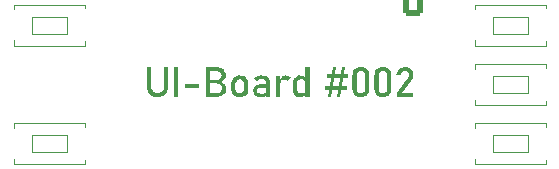
<source format=gbr>
%TF.GenerationSoftware,KiCad,Pcbnew,8.0.1*%
%TF.CreationDate,2024-08-08T23:52:37+09:00*%
%TF.ProjectId,UI-20240325,55492d32-3032-4343-9033-32352e6b6963,rev?*%
%TF.SameCoordinates,Original*%
%TF.FileFunction,Legend,Top*%
%TF.FilePolarity,Positive*%
%FSLAX46Y46*%
G04 Gerber Fmt 4.6, Leading zero omitted, Abs format (unit mm)*
G04 Created by KiCad (PCBNEW 8.0.1) date 2024-08-08 23:52:37*
%MOMM*%
%LPD*%
G01*
G04 APERTURE LIST*
G04 Aperture macros list*
%AMRoundRect*
0 Rectangle with rounded corners*
0 $1 Rounding radius*
0 $2 $3 $4 $5 $6 $7 $8 $9 X,Y pos of 4 corners*
0 Add a 4 corners polygon primitive as box body*
4,1,4,$2,$3,$4,$5,$6,$7,$8,$9,$2,$3,0*
0 Add four circle primitives for the rounded corners*
1,1,$1+$1,$2,$3*
1,1,$1+$1,$4,$5*
1,1,$1+$1,$6,$7*
1,1,$1+$1,$8,$9*
0 Add four rect primitives between the rounded corners*
20,1,$1+$1,$2,$3,$4,$5,0*
20,1,$1+$1,$4,$5,$6,$7,0*
20,1,$1+$1,$6,$7,$8,$9,0*
20,1,$1+$1,$8,$9,$2,$3,0*%
G04 Aperture macros list end*
%ADD10C,0.312500*%
%ADD11C,0.120000*%
%ADD12O,2.000000X2.700000*%
%ADD13C,3.200000*%
%ADD14R,1.800000X1.800000*%
%ADD15C,1.800000*%
%ADD16O,1.700000X1.950000*%
%ADD17RoundRect,0.250000X0.600000X0.725000X-0.600000X0.725000X-0.600000X-0.725000X0.600000X-0.725000X0*%
%ADD18C,1.500000*%
G04 APERTURE END LIST*
D10*
G36*
X-10349179Y-17053142D02*
G01*
X-10474372Y-17047239D01*
X-10612560Y-17024570D01*
X-10737610Y-16984899D01*
X-10849523Y-16928228D01*
X-10948298Y-16854554D01*
X-10992759Y-16811342D01*
X-11070161Y-16713668D01*
X-11131548Y-16601999D01*
X-11176922Y-16476333D01*
X-11206281Y-16336671D01*
X-11218514Y-16209594D01*
X-11220516Y-16128683D01*
X-11220516Y-14542936D01*
X-10871859Y-14542936D01*
X-10871859Y-16140284D01*
X-10863310Y-16268474D01*
X-10833257Y-16394349D01*
X-10774486Y-16511437D01*
X-10735083Y-16560993D01*
X-10638626Y-16639239D01*
X-10520225Y-16688505D01*
X-10394903Y-16708066D01*
X-10349179Y-16709370D01*
X-10216703Y-16697633D01*
X-10090694Y-16657061D01*
X-9986986Y-16587509D01*
X-9960222Y-16560993D01*
X-9887772Y-16455890D01*
X-9845510Y-16340801D01*
X-9824982Y-16206297D01*
X-9822836Y-16140284D01*
X-9822836Y-14542936D01*
X-9474179Y-14542936D01*
X-9474179Y-16128683D01*
X-9479769Y-16261591D01*
X-9496540Y-16384780D01*
X-9531424Y-16519777D01*
X-9582407Y-16640777D01*
X-9649490Y-16747781D01*
X-9703157Y-16811342D01*
X-9795635Y-16893516D01*
X-9901337Y-16958689D01*
X-10020262Y-17006860D01*
X-10152411Y-17038029D01*
X-10297783Y-17052197D01*
X-10349179Y-17053142D01*
G37*
G36*
X-8578419Y-14542936D02*
G01*
X-8578419Y-17027497D01*
X-8927075Y-17027497D01*
X-8927075Y-14542936D01*
X-8578419Y-14542936D01*
G37*
G36*
X-7998952Y-15971146D02*
G01*
X-6850400Y-15971146D01*
X-6850400Y-16302706D01*
X-7998952Y-16302706D01*
X-7998952Y-15971146D01*
G37*
G36*
X-6081646Y-17027497D02*
G01*
X-6081646Y-16704485D01*
X-5408757Y-16704485D01*
X-5280262Y-16697883D01*
X-5159883Y-16674672D01*
X-5047516Y-16623609D01*
X-5016137Y-16598850D01*
X-4941417Y-16501541D01*
X-4904789Y-16382264D01*
X-4900732Y-16319803D01*
X-4900732Y-16314918D01*
X-4914556Y-16187091D01*
X-4960734Y-16072255D01*
X-4999040Y-16020605D01*
X-5099976Y-15949048D01*
X-5218286Y-15916993D01*
X-5323272Y-15910085D01*
X-6081646Y-15910085D01*
X-6081646Y-15595623D01*
X-5323272Y-15595623D01*
X-5201526Y-15584800D01*
X-5079342Y-15539720D01*
X-5032012Y-15504032D01*
X-4961450Y-15399650D01*
X-4935241Y-15279233D01*
X-4933705Y-15236586D01*
X-4949075Y-15110133D01*
X-5005859Y-14996030D01*
X-5043003Y-14958149D01*
X-5149847Y-14898057D01*
X-5280493Y-14869778D01*
X-5370899Y-14865337D01*
X-6081646Y-14865337D01*
X-6081646Y-14542936D01*
X-5307396Y-14542936D01*
X-5176371Y-14549355D01*
X-5040167Y-14573068D01*
X-4921903Y-14614253D01*
X-4808711Y-14682717D01*
X-4760903Y-14725508D01*
X-4682363Y-14824617D01*
X-4626264Y-14939373D01*
X-4592604Y-15069776D01*
X-4581560Y-15196713D01*
X-4581384Y-15215825D01*
X-4594299Y-15340182D01*
X-4633045Y-15457180D01*
X-4690683Y-15557155D01*
X-4780617Y-15650158D01*
X-4888046Y-15711791D01*
X-5005635Y-15748601D01*
X-5034455Y-15754381D01*
X-4912835Y-15784289D01*
X-4796963Y-15842559D01*
X-4701365Y-15927185D01*
X-4676639Y-15957713D01*
X-4609341Y-16068254D01*
X-4566968Y-16188456D01*
X-4549521Y-16318317D01*
X-4549022Y-16345448D01*
X-4549022Y-16350944D01*
X-4558430Y-16478341D01*
X-4592224Y-16610127D01*
X-4650594Y-16727182D01*
X-4733541Y-16829507D01*
X-4745638Y-16841261D01*
X-4852685Y-16922739D01*
X-4977210Y-16980938D01*
X-5100508Y-17012765D01*
X-5237188Y-17026769D01*
X-5278698Y-17027497D01*
X-6081646Y-17027497D01*
G37*
G36*
X-6286810Y-17027497D02*
G01*
X-6286810Y-14542936D01*
X-5939985Y-14542936D01*
X-5939985Y-17027497D01*
X-6286810Y-17027497D01*
G37*
G36*
X-3256333Y-15235078D02*
G01*
X-3124257Y-15261091D01*
X-3007258Y-15306271D01*
X-2892006Y-15381376D01*
X-2841765Y-15428316D01*
X-2757882Y-15538417D01*
X-2704145Y-15651597D01*
X-2668758Y-15780496D01*
X-2653030Y-15903493D01*
X-2650034Y-15991907D01*
X-2650034Y-16285609D01*
X-2656775Y-16416970D01*
X-2681677Y-16555575D01*
X-2724929Y-16678401D01*
X-2786530Y-16785449D01*
X-2841765Y-16852252D01*
X-2947171Y-16940142D01*
X-3055555Y-16996446D01*
X-3179015Y-17033524D01*
X-3317553Y-17051376D01*
X-3381541Y-17053142D01*
X-3506771Y-17046037D01*
X-3638926Y-17019786D01*
X-3756063Y-16974192D01*
X-3871544Y-16898401D01*
X-3921929Y-16851031D01*
X-4005544Y-16739366D01*
X-4059110Y-16624755D01*
X-4094385Y-16494365D01*
X-4110062Y-16370044D01*
X-4112886Y-16285609D01*
X-3764392Y-16285609D01*
X-3752487Y-16417024D01*
X-3712344Y-16535534D01*
X-3663642Y-16607399D01*
X-3560058Y-16685454D01*
X-3436246Y-16718795D01*
X-3381541Y-16721582D01*
X-3256205Y-16705525D01*
X-3139281Y-16646203D01*
X-3098830Y-16607399D01*
X-3033994Y-16498912D01*
X-3003483Y-16371758D01*
X-2998691Y-16285609D01*
X-2998691Y-15991907D01*
X-3010524Y-15860781D01*
X-3050423Y-15743244D01*
X-3098830Y-15672559D01*
X-3202230Y-15595339D01*
X-3326500Y-15562355D01*
X-3381541Y-15559597D01*
X-3506220Y-15575482D01*
X-3623027Y-15634170D01*
X-3663642Y-15672559D01*
X-3728874Y-15779465D01*
X-3759571Y-15905875D01*
X-3764392Y-15991907D01*
X-3764392Y-16285609D01*
X-4112886Y-16285609D01*
X-4113049Y-16280724D01*
X-4113049Y-15991907D01*
X-4106330Y-15861211D01*
X-4081506Y-15723329D01*
X-4038392Y-15601166D01*
X-3976988Y-15494723D01*
X-3921929Y-15428316D01*
X-3816255Y-15340694D01*
X-3707700Y-15284561D01*
X-3584127Y-15247596D01*
X-3445535Y-15229798D01*
X-3381541Y-15228037D01*
X-3256333Y-15235078D01*
G37*
G36*
X-1155268Y-17027497D02*
G01*
X-1155268Y-15902758D01*
X-1170686Y-15774163D01*
X-1226795Y-15657590D01*
X-1248691Y-15632259D01*
X-1352876Y-15563011D01*
X-1481103Y-15536631D01*
X-1512473Y-15535783D01*
X-1635603Y-15546977D01*
X-1718858Y-15567535D01*
X-1831690Y-15614632D01*
X-1900208Y-15658515D01*
X-2154832Y-15484492D01*
X-2062391Y-15394734D01*
X-1958278Y-15327801D01*
X-1889218Y-15295815D01*
X-1771544Y-15257227D01*
X-1645213Y-15234656D01*
X-1522853Y-15228037D01*
X-1384211Y-15236306D01*
X-1260004Y-15261113D01*
X-1135726Y-15309713D01*
X-1030301Y-15379914D01*
X-1006890Y-15400839D01*
X-926748Y-15495827D01*
X-869504Y-15608598D01*
X-835157Y-15739154D01*
X-823887Y-15867978D01*
X-823708Y-15887493D01*
X-823708Y-17027497D01*
X-1155268Y-17027497D01*
G37*
G36*
X-1589409Y-17053142D02*
G01*
X-1724499Y-17046685D01*
X-1859710Y-17023491D01*
X-1987373Y-16977236D01*
X-2079116Y-16918198D01*
X-2165090Y-16819845D01*
X-2215242Y-16707365D01*
X-2239601Y-16572184D01*
X-2242148Y-16504817D01*
X-2232799Y-16380711D01*
X-2199928Y-16261163D01*
X-2135647Y-16153257D01*
X-2092550Y-16109143D01*
X-1984501Y-16040235D01*
X-1862377Y-16000039D01*
X-1734035Y-15981664D01*
X-1644364Y-15978473D01*
X-1140003Y-15978473D01*
X-1116189Y-16258742D01*
X-1642532Y-16258742D01*
X-1767127Y-16275803D01*
X-1845864Y-16319192D01*
X-1906171Y-16426407D01*
X-1914252Y-16504817D01*
X-1888748Y-16628377D01*
X-1823883Y-16704485D01*
X-1710310Y-16753029D01*
X-1584761Y-16768641D01*
X-1551552Y-16769210D01*
X-1427228Y-16764159D01*
X-1302807Y-16743122D01*
X-1254797Y-16726467D01*
X-1163141Y-16640420D01*
X-1155268Y-16593355D01*
X-1119242Y-16843093D01*
X-1201216Y-16936173D01*
X-1234036Y-16960940D01*
X-1347609Y-17016925D01*
X-1390352Y-17029939D01*
X-1515749Y-17050400D01*
X-1589409Y-17053142D01*
G37*
G36*
X-295533Y-17027497D02*
G01*
X-295533Y-15253683D01*
X53123Y-15253683D01*
X53123Y-17027497D01*
X-295533Y-17027497D01*
G37*
G36*
X680216Y-15673781D02*
G01*
X580773Y-15596510D01*
X563590Y-15588906D01*
X441037Y-15560999D01*
X401779Y-15559597D01*
X279130Y-15574713D01*
X168165Y-15629721D01*
X144103Y-15651188D01*
X75868Y-15760029D01*
X53478Y-15884566D01*
X53123Y-15904590D01*
X17097Y-15562650D01*
X84588Y-15454573D01*
X173595Y-15359194D01*
X228367Y-15317186D01*
X338870Y-15259466D01*
X458039Y-15231171D01*
X515963Y-15228037D01*
X638520Y-15238032D01*
X735781Y-15263453D01*
X848887Y-15320077D01*
X907362Y-15366645D01*
X680216Y-15673781D01*
G37*
G36*
X2170708Y-17027497D02*
G01*
X2170708Y-14542936D01*
X2519365Y-14542936D01*
X2519365Y-17027497D01*
X2170708Y-17027497D01*
G37*
G36*
X1724965Y-17058027D02*
G01*
X1602631Y-17048998D01*
X1478564Y-17016569D01*
X1359059Y-16951896D01*
X1270673Y-16869349D01*
X1200950Y-16765317D01*
X1151147Y-16641898D01*
X1123911Y-16518003D01*
X1111927Y-16379265D01*
X1111305Y-16336900D01*
X1111305Y-15945501D01*
X1116800Y-15821624D01*
X1137103Y-15690992D01*
X1178624Y-15560017D01*
X1239685Y-15448581D01*
X1267620Y-15411830D01*
X1365642Y-15320328D01*
X1483854Y-15258773D01*
X1605880Y-15229197D01*
X1707868Y-15222542D01*
X1831037Y-15236146D01*
X1953989Y-15281226D01*
X1995464Y-15304974D01*
X2093370Y-15382539D01*
X2174749Y-15482274D01*
X2206734Y-15535783D01*
X2170708Y-15897873D01*
X2156286Y-15775355D01*
X2129798Y-15704921D01*
X2051747Y-15609247D01*
X2010729Y-15582800D01*
X1888228Y-15544783D01*
X1822052Y-15540668D01*
X1694549Y-15558505D01*
X1586090Y-15617610D01*
X1554606Y-15648746D01*
X1489907Y-15759492D01*
X1463289Y-15881022D01*
X1459962Y-15950996D01*
X1459962Y-16336900D01*
X1471145Y-16459512D01*
X1513199Y-16577441D01*
X1554606Y-16635487D01*
X1660508Y-16710870D01*
X1780072Y-16738870D01*
X1822052Y-16740511D01*
X1947846Y-16723576D01*
X2010729Y-16697158D01*
X2103839Y-16614403D01*
X2129798Y-16571373D01*
X2165874Y-16449507D01*
X2170708Y-16374757D01*
X2194522Y-16749060D01*
X2134576Y-16855758D01*
X2051028Y-16945417D01*
X2029658Y-16963383D01*
X1922814Y-17024661D01*
X1803617Y-17053498D01*
X1724965Y-17058027D01*
G37*
G36*
X4816469Y-17027497D02*
G01*
X5240230Y-14542936D01*
X5518667Y-14542936D01*
X5094906Y-17027497D01*
X4816469Y-17027497D01*
G37*
G36*
X4091678Y-17027497D02*
G01*
X4515440Y-14542936D01*
X4794487Y-14542936D01*
X4370726Y-17027497D01*
X4091678Y-17027497D01*
G37*
G36*
X3967114Y-15145605D02*
G01*
X5776954Y-15145605D01*
X5776954Y-15434423D01*
X3967114Y-15434423D01*
X3967114Y-15145605D01*
G37*
G36*
X3866364Y-16135400D02*
G01*
X5676204Y-16135400D01*
X5676204Y-16424217D01*
X3866364Y-16424217D01*
X3866364Y-16135400D01*
G37*
G36*
X6987394Y-14518385D02*
G01*
X7118932Y-14542733D01*
X7233815Y-14585020D01*
X7344716Y-14655316D01*
X7392010Y-14699252D01*
X7470282Y-14801719D01*
X7526191Y-14922276D01*
X7556766Y-15042602D01*
X7570219Y-15176777D01*
X7570918Y-15217657D01*
X7570918Y-16347280D01*
X7562357Y-16484757D01*
X7536673Y-16608677D01*
X7486356Y-16733699D01*
X7413674Y-16841013D01*
X7392010Y-16865075D01*
X7291985Y-16947354D01*
X7170207Y-17006125D01*
X7045807Y-17038266D01*
X6904752Y-17052407D01*
X6861392Y-17053142D01*
X6734395Y-17046444D01*
X6602077Y-17021701D01*
X6486823Y-16978724D01*
X6375998Y-16907283D01*
X6328943Y-16862633D01*
X6251739Y-16758982D01*
X6196594Y-16638540D01*
X6166436Y-16519378D01*
X6153167Y-16387361D01*
X6152477Y-16347280D01*
X6501134Y-16347280D01*
X6515041Y-16476876D01*
X6565648Y-16595855D01*
X6585398Y-16622053D01*
X6688312Y-16693493D01*
X6815272Y-16720027D01*
X6861392Y-16721582D01*
X6990078Y-16707586D01*
X7102009Y-16655878D01*
X7137386Y-16622053D01*
X7198307Y-16511804D01*
X7220935Y-16389775D01*
X7222261Y-16347280D01*
X7222261Y-15217657D01*
X7208253Y-15087472D01*
X7157279Y-14968816D01*
X7137386Y-14942884D01*
X7034776Y-14871445D01*
X6907646Y-14844910D01*
X6861392Y-14843355D01*
X6732993Y-14857351D01*
X6620961Y-14909060D01*
X6585398Y-14942884D01*
X6524915Y-15052525D01*
X6502450Y-15174895D01*
X6501134Y-15217657D01*
X6501134Y-16347280D01*
X6152477Y-16347280D01*
X6152477Y-15217657D01*
X6161067Y-15080180D01*
X6186838Y-14956260D01*
X6237328Y-14831238D01*
X6310257Y-14723924D01*
X6331996Y-14699862D01*
X6432402Y-14617583D01*
X6554104Y-14558812D01*
X6678061Y-14526672D01*
X6818323Y-14512530D01*
X6861392Y-14511795D01*
X6987394Y-14518385D01*
G37*
G36*
X8848525Y-14518385D02*
G01*
X8980062Y-14542733D01*
X9094945Y-14585020D01*
X9205847Y-14655316D01*
X9253140Y-14699252D01*
X9331412Y-14801719D01*
X9387321Y-14922276D01*
X9417896Y-15042602D01*
X9431349Y-15176777D01*
X9432048Y-15217657D01*
X9432048Y-16347280D01*
X9423487Y-16484757D01*
X9397804Y-16608677D01*
X9347486Y-16733699D01*
X9274805Y-16841013D01*
X9253140Y-16865075D01*
X9153115Y-16947354D01*
X9031337Y-17006125D01*
X8906937Y-17038266D01*
X8765883Y-17052407D01*
X8722523Y-17053142D01*
X8595526Y-17046444D01*
X8463208Y-17021701D01*
X8347953Y-16978724D01*
X8237128Y-16907283D01*
X8190073Y-16862633D01*
X8112870Y-16758982D01*
X8057724Y-16638540D01*
X8027566Y-16519378D01*
X8014297Y-16387361D01*
X8013608Y-16347280D01*
X8362264Y-16347280D01*
X8376171Y-16476876D01*
X8426779Y-16595855D01*
X8446528Y-16622053D01*
X8549443Y-16693493D01*
X8676403Y-16720027D01*
X8722523Y-16721582D01*
X8851208Y-16707586D01*
X8963140Y-16655878D01*
X8998517Y-16622053D01*
X9059438Y-16511804D01*
X9082065Y-16389775D01*
X9083391Y-16347280D01*
X9083391Y-15217657D01*
X9069384Y-15087472D01*
X9018409Y-14968816D01*
X8998517Y-14942884D01*
X8895906Y-14871445D01*
X8768776Y-14844910D01*
X8722523Y-14843355D01*
X8594123Y-14857351D01*
X8482091Y-14909060D01*
X8446528Y-14942884D01*
X8386046Y-15052525D01*
X8363581Y-15174895D01*
X8362264Y-15217657D01*
X8362264Y-16347280D01*
X8013608Y-16347280D01*
X8013608Y-15217657D01*
X8022198Y-15080180D01*
X8047969Y-14956260D01*
X8098458Y-14831238D01*
X8171388Y-14723924D01*
X8193126Y-14699862D01*
X8293533Y-14617583D01*
X8415235Y-14558812D01*
X8539192Y-14526672D01*
X8679453Y-14512530D01*
X8722523Y-14511795D01*
X8848525Y-14518385D01*
G37*
G36*
X9905269Y-17027497D02*
G01*
X9905269Y-16725246D01*
X10771720Y-15569977D01*
X10842213Y-15462504D01*
X10888957Y-15364813D01*
X10924135Y-15242952D01*
X10931089Y-15164534D01*
X10931089Y-15161481D01*
X10911903Y-15036563D01*
X10843772Y-14930672D01*
X10738137Y-14868848D01*
X10615653Y-14848562D01*
X10595865Y-14848240D01*
X10474951Y-14865420D01*
X10362523Y-14927130D01*
X10350401Y-14937999D01*
X10277906Y-15038517D01*
X10239538Y-15161869D01*
X10234996Y-15192012D01*
X10234996Y-15193843D01*
X9874738Y-15193843D01*
X9874738Y-15192012D01*
X9901582Y-15058420D01*
X9942041Y-14938679D01*
X10004953Y-14818790D01*
X10085648Y-14716990D01*
X10108601Y-14694367D01*
X10209351Y-14616896D01*
X10323534Y-14561560D01*
X10451151Y-14528358D01*
X10573836Y-14517464D01*
X10592202Y-14517291D01*
X10731557Y-14525384D01*
X10856303Y-14549665D01*
X10980982Y-14597235D01*
X11086579Y-14665947D01*
X11109996Y-14686429D01*
X11190139Y-14779737D01*
X11247383Y-14890524D01*
X11281730Y-15018790D01*
X11293000Y-15145360D01*
X11293179Y-15164534D01*
X11293179Y-15166366D01*
X11281104Y-15292831D01*
X11248045Y-15415950D01*
X11238224Y-15442971D01*
X11186914Y-15557939D01*
X11121295Y-15668674D01*
X11086183Y-15718355D01*
X10366888Y-16695937D01*
X11306612Y-16695937D01*
X11306612Y-17027497D01*
X9905269Y-17027497D01*
G37*
%TO.C,SW5*%
D11*
X16500000Y-22750000D02*
X22500000Y-22750000D01*
X22500000Y-19250000D01*
X16500000Y-19250000D01*
X16500000Y-22750000D01*
X20975000Y-21725000D02*
X18025000Y-21725000D01*
X18025000Y-20275000D01*
X20975000Y-20275000D01*
X20975000Y-21725000D01*
%TO.C,SW4*%
X16500000Y-17750000D02*
X22500000Y-17750000D01*
X22500000Y-14250000D01*
X16500000Y-14250000D01*
X16500000Y-17750000D01*
X20975000Y-16725000D02*
X18025000Y-16725000D01*
X18025000Y-15275000D01*
X20975000Y-15275000D01*
X20975000Y-16725000D01*
%TO.C,SW3*%
X16500000Y-12750000D02*
X22500000Y-12750000D01*
X22500000Y-9250000D01*
X16500000Y-9250000D01*
X16500000Y-12750000D01*
X20975000Y-11725000D02*
X18025000Y-11725000D01*
X18025000Y-10275000D01*
X20975000Y-10275000D01*
X20975000Y-11725000D01*
%TO.C,SW2*%
X-20975000Y-20275000D02*
X-18025000Y-20275000D01*
X-18025000Y-21725000D01*
X-20975000Y-21725000D01*
X-20975000Y-20275000D01*
X-16500000Y-19250000D02*
X-22500000Y-19250000D01*
X-22500000Y-22750000D01*
X-16500000Y-22750000D01*
X-16500000Y-19250000D01*
%TO.C,SW1*%
X-20975000Y-10275000D02*
X-18025000Y-10275000D01*
X-18025000Y-11725000D01*
X-20975000Y-11725000D01*
X-20975000Y-10275000D01*
X-16500000Y-9250000D02*
X-22500000Y-9250000D01*
X-22500000Y-12750000D01*
X-16500000Y-12750000D01*
X-16500000Y-9250000D01*
%TD*%
%LPC*%
D12*
%TO.C,SW5*%
X22750000Y-21000000D03*
X16250000Y-21000000D03*
%TD*%
D13*
%TO.C,REF\u002A\u002A*%
X29560007Y-3200000D03*
%TD*%
D12*
%TO.C,SW4*%
X22750000Y-16000000D03*
X16250000Y-16000000D03*
%TD*%
%TO.C,SW3*%
X22750000Y-11000000D03*
X16250000Y-11000000D03*
%TD*%
D14*
%TO.C,U1*%
X-3810000Y-3739997D03*
D15*
X-1270000Y-3739997D03*
X1270000Y-3739997D03*
X3810000Y-3739997D03*
%TD*%
D13*
%TO.C,REF\u002A\u002A*%
X-29560007Y-3200000D03*
%TD*%
D12*
%TO.C,SW2*%
X-22750000Y-21000000D03*
X-16250000Y-21000000D03*
%TD*%
%TO.C,SW1*%
X-22750000Y-11000000D03*
X-16250000Y-11000000D03*
%TD*%
D16*
%TO.C,J1*%
X-11250000Y-9214997D03*
X-8750000Y-9214997D03*
X-6250000Y-9214997D03*
X-3750000Y-9214997D03*
X-1250000Y-9214997D03*
X1250000Y-9214997D03*
X3750000Y-9214997D03*
X6250000Y-9214997D03*
X8750000Y-9214997D03*
D17*
X11250000Y-9214997D03*
%TD*%
D18*
%TO.C,BZ1*%
X2500000Y-20739997D03*
X-2500000Y-20739997D03*
%TD*%
%LPD*%
M02*

</source>
